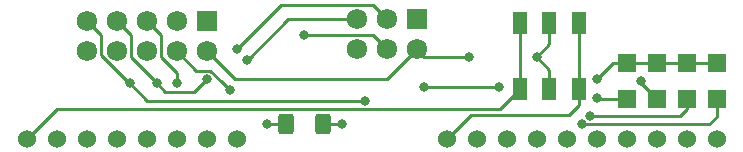
<source format=gbr>
%TF.GenerationSoftware,KiCad,Pcbnew,7.0.9*%
%TF.CreationDate,2024-01-07T05:54:30-05:00*%
%TF.ProjectId,Flipper-ICSP,466c6970-7065-4722-9d49-4353502e6b69,A*%
%TF.SameCoordinates,Original*%
%TF.FileFunction,Copper,L1,Top*%
%TF.FilePolarity,Positive*%
%FSLAX46Y46*%
G04 Gerber Fmt 4.6, Leading zero omitted, Abs format (unit mm)*
G04 Created by KiCad (PCBNEW 7.0.9) date 2024-01-07 05:54:30*
%MOMM*%
%LPD*%
G01*
G04 APERTURE LIST*
G04 Aperture macros list*
%AMRoundRect*
0 Rectangle with rounded corners*
0 $1 Rounding radius*
0 $2 $3 $4 $5 $6 $7 $8 $9 X,Y pos of 4 corners*
0 Add a 4 corners polygon primitive as box body*
4,1,4,$2,$3,$4,$5,$6,$7,$8,$9,$2,$3,0*
0 Add four circle primitives for the rounded corners*
1,1,$1+$1,$2,$3*
1,1,$1+$1,$4,$5*
1,1,$1+$1,$6,$7*
1,1,$1+$1,$8,$9*
0 Add four rect primitives between the rounded corners*
20,1,$1+$1,$2,$3,$4,$5,0*
20,1,$1+$1,$4,$5,$6,$7,0*
20,1,$1+$1,$6,$7,$8,$9,0*
20,1,$1+$1,$8,$9,$2,$3,0*%
G04 Aperture macros list end*
%TA.AperFunction,SMDPad,CuDef*%
%ADD10R,1.500000X1.500000*%
%TD*%
%TA.AperFunction,SMDPad,CuDef*%
%ADD11R,1.200000X1.950000*%
%TD*%
%TA.AperFunction,ComponentPad*%
%ADD12R,1.725000X1.725000*%
%TD*%
%TA.AperFunction,ComponentPad*%
%ADD13C,1.725000*%
%TD*%
%TA.AperFunction,SMDPad,CuDef*%
%ADD14RoundRect,0.250000X0.400000X0.625000X-0.400000X0.625000X-0.400000X-0.625000X0.400000X-0.625000X0*%
%TD*%
%TA.AperFunction,ComponentPad*%
%ADD15C,1.524000*%
%TD*%
%TA.AperFunction,ViaPad*%
%ADD16C,0.800000*%
%TD*%
%TA.AperFunction,Conductor*%
%ADD17C,0.250000*%
%TD*%
G04 APERTURE END LIST*
D10*
%TO.P,LED1,1*%
%TO.N,RESET*%
X122555000Y-69569332D03*
%TO.P,LED1,2*%
%TO.N,Net-(LED1-Pad2)*%
X122555000Y-66569332D03*
%TD*%
D11*
%TO.P,S1,1,NC_1*%
%TO.N,5v*%
X113515722Y-63132260D03*
%TO.P,S1,2,COM_1*%
%TO.N,VCC*%
X116015722Y-63132260D03*
%TO.P,S1,3,NC_2*%
%TO.N,3v3*%
X118515722Y-63132260D03*
%TO.P,S1,4,NC_3*%
%TO.N,5v*%
X113515722Y-68782260D03*
%TO.P,S1,5,COM_2*%
%TO.N,VCC*%
X116015722Y-68782260D03*
%TO.P,S1,6,NC_4*%
%TO.N,3v3*%
X118515722Y-68782260D03*
%TD*%
D12*
%TO.P,J2,1,1*%
%TO.N,MOSI*%
X86995000Y-63030000D03*
D13*
%TO.P,J2,2,2*%
%TO.N,VCC*%
X86995000Y-65570000D03*
%TO.P,J2,3,3*%
%TO.N,unconnected-(J2-Pad3)*%
X84455000Y-63030000D03*
%TO.P,J2,4,4*%
%TO.N,GND*%
X84455000Y-65570000D03*
%TO.P,J2,5,5*%
%TO.N,RESET*%
X81915000Y-63030000D03*
%TO.P,J2,6,6*%
%TO.N,GND*%
X81915000Y-65570000D03*
%TO.P,J2,7,7*%
%TO.N,SCK*%
X79375000Y-63030000D03*
%TO.P,J2,8,8*%
%TO.N,GND*%
X79375000Y-65570000D03*
%TO.P,J2,9,9*%
%TO.N,MISO*%
X76835000Y-63030000D03*
%TO.P,J2,10,10*%
%TO.N,GND*%
X76835000Y-65570000D03*
%TD*%
D10*
%TO.P,LED4,1*%
%TO.N,MISO*%
X130175000Y-69569332D03*
%TO.P,LED4,2*%
%TO.N,Net-(LED1-Pad2)*%
X130175000Y-66569332D03*
%TD*%
%TO.P,LED3,1*%
%TO.N,MOSI*%
X127635000Y-69569332D03*
%TO.P,LED3,2*%
%TO.N,Net-(LED1-Pad2)*%
X127635000Y-66569332D03*
%TD*%
D12*
%TO.P,J3,1,1*%
%TO.N,MISO*%
X104775000Y-62865000D03*
D13*
%TO.P,J3,2,2*%
%TO.N,VCC*%
X104775000Y-65405000D03*
%TO.P,J3,3,3*%
%TO.N,SCK*%
X102235000Y-62865000D03*
%TO.P,J3,4,4*%
%TO.N,MOSI*%
X102235000Y-65405000D03*
%TO.P,J3,5,5*%
%TO.N,RESET*%
X99695000Y-62865000D03*
%TO.P,J3,6,6*%
%TO.N,GND*%
X99695000Y-65405000D03*
%TD*%
D14*
%TO.P,R1,1*%
%TO.N,Net-(LED1-Pad2)*%
X96800000Y-71755000D03*
%TO.P,R1,2*%
%TO.N,GND*%
X93700000Y-71755000D03*
%TD*%
D15*
%TO.P,J1,1,5v*%
%TO.N,5v*%
X71755000Y-73025000D03*
%TO.P,J1,2,A7*%
%TO.N,MOSI*%
X74295000Y-73025000D03*
%TO.P,J1,3,A6*%
%TO.N,MISO*%
X76835000Y-73025000D03*
%TO.P,J1,4,A4*%
%TO.N,unconnected-(J1A-A4-Pad4)*%
X79375000Y-73025000D03*
%TO.P,J1,5,B3*%
%TO.N,SCK*%
X81915000Y-73025000D03*
%TO.P,J1,6,B2*%
%TO.N,RESET*%
X84455000Y-73025000D03*
%TO.P,J1,7,C3*%
%TO.N,unconnected-(J1A-C3-Pad7)*%
X86995000Y-73025000D03*
%TO.P,J1,8,GND*%
%TO.N,unconnected-(J1A-GND-Pad8)*%
X89535000Y-73025000D03*
%TO.P,J1,9,3V3*%
%TO.N,3v3*%
X107315000Y-73025000D03*
%TO.P,J1,10,SWC*%
%TO.N,GND*%
X109855000Y-73025000D03*
%TO.P,J1,11,GND*%
%TO.N,unconnected-(J1A-GND-Pad11)*%
X112395000Y-73025000D03*
%TO.P,J1,12,SIO*%
%TO.N,unconnected-(J1A-SIO-Pad12)*%
X114935000Y-73025000D03*
%TO.P,J1,13,TX*%
%TO.N,unconnected-(J1A-TX-Pad13)*%
X117475000Y-73025000D03*
%TO.P,J1,14,RX*%
%TO.N,unconnected-(J1A-RX-Pad14)*%
X120015000Y-73025000D03*
%TO.P,J1,15,C1*%
%TO.N,unconnected-(J1A-C1-Pad15)*%
X122555000Y-73025000D03*
%TO.P,J1,16,C0*%
%TO.N,unconnected-(J1A-C0-Pad16)*%
X125095000Y-73025000D03*
%TO.P,J1,17,1W*%
%TO.N,unconnected-(J1A-1W-Pad17)*%
X127635000Y-73025000D03*
%TO.P,J1,18,GND*%
%TO.N,unconnected-(J1A-GND-Pad18)*%
X130175000Y-73025000D03*
%TD*%
D10*
%TO.P,LED2,1*%
%TO.N,SCK*%
X125095000Y-69569332D03*
%TO.P,LED2,2*%
%TO.N,Net-(LED1-Pad2)*%
X125095000Y-66569332D03*
%TD*%
D16*
%TO.N,MOSI*%
X119451755Y-71030500D03*
X95266614Y-64220065D03*
%TO.N,MISO*%
X80475533Y-68291907D03*
X118745000Y-71755000D03*
X100419501Y-69760500D03*
%TO.N,SCK*%
X86995000Y-67945000D03*
X82766982Y-68291407D03*
X89535000Y-65405000D03*
X123799007Y-68103316D03*
%TO.N,RESET*%
X90443073Y-66310467D03*
X84458987Y-68291907D03*
X120015000Y-69495500D03*
%TO.N,GND*%
X92075000Y-71755000D03*
X88924860Y-68853278D03*
%TO.N,VCC*%
X114935000Y-66040000D03*
X109220000Y-66040000D03*
%TO.N,Net-(LED1-Pad2)*%
X105410000Y-68580000D03*
X120015000Y-67945000D03*
X111760000Y-68580000D03*
X98425000Y-71755000D03*
%TD*%
D17*
%TO.N,5v*%
X74295000Y-70485000D02*
X111812982Y-70485000D01*
X71755000Y-73025000D02*
X74295000Y-70485000D01*
X111812982Y-70485000D02*
X113515722Y-68782260D01*
X113515722Y-68782260D02*
X113515722Y-63132260D01*
%TO.N,MOSI*%
X127635000Y-70485000D02*
X127635000Y-69569332D01*
X119451755Y-71030500D02*
X127089500Y-71030500D01*
X95269179Y-64217500D02*
X101047500Y-64217500D01*
X101047500Y-64217500D02*
X102235000Y-65405000D01*
X127089500Y-71030500D02*
X127635000Y-70485000D01*
X95266614Y-64220065D02*
X95269179Y-64217500D01*
%TO.N,MISO*%
X81944126Y-69760500D02*
X100419501Y-69760500D01*
X129540000Y-71755000D02*
X130175000Y-71120000D01*
X118745000Y-71755000D02*
X129540000Y-71755000D01*
X78022500Y-64217500D02*
X76835000Y-63030000D01*
X130175000Y-71120000D02*
X130175000Y-69569332D01*
X80475533Y-68291907D02*
X80417528Y-68291907D01*
X78022500Y-65896879D02*
X78022500Y-64217500D01*
X80417528Y-68291907D02*
X78022500Y-65896879D01*
X80475533Y-68291907D02*
X81944126Y-69760500D01*
%TO.N,SCK*%
X85923093Y-69016907D02*
X83492482Y-69016907D01*
X123799007Y-68103316D02*
X123799007Y-68273339D01*
X83492482Y-69016907D02*
X82766982Y-68291407D01*
X82766982Y-68266361D02*
X80562500Y-66061879D01*
X123799007Y-68273339D02*
X125095000Y-69569332D01*
X101047500Y-61677500D02*
X102235000Y-62865000D01*
X86995000Y-67945000D02*
X85923093Y-69016907D01*
X80562500Y-66061879D02*
X80562500Y-64217500D01*
X80562500Y-64217500D02*
X79375000Y-63030000D01*
X89535000Y-65405000D02*
X93262500Y-61677500D01*
X93262500Y-61677500D02*
X101047500Y-61677500D01*
X82766982Y-68291407D02*
X82766982Y-68266361D01*
%TO.N,RESET*%
X120015000Y-69495500D02*
X120088832Y-69569332D01*
X83102500Y-66061879D02*
X83102500Y-64217500D01*
X120088832Y-69569332D02*
X122555000Y-69569332D01*
X90457043Y-66310467D02*
X93902510Y-62865000D01*
X84458987Y-68291907D02*
X84458987Y-67418366D01*
X90443073Y-66310467D02*
X90457043Y-66310467D01*
X93902510Y-62865000D02*
X99695000Y-62865000D01*
X84458987Y-67418366D02*
X83102500Y-66061879D01*
X83102500Y-64217500D02*
X81915000Y-63030000D01*
%TO.N,3v3*%
X118515722Y-68782260D02*
X118515722Y-63132260D01*
X118515722Y-70079278D02*
X118515722Y-68782260D01*
X109405000Y-70935000D02*
X117660000Y-70935000D01*
X107315000Y-73025000D02*
X109405000Y-70935000D01*
X117660000Y-70935000D02*
X118515722Y-70079278D01*
%TO.N,GND*%
X88265000Y-68189695D02*
X87295305Y-67220000D01*
X93700000Y-71755000D02*
X92075000Y-71755000D01*
X88265000Y-68189695D02*
X88265000Y-68193418D01*
X88265000Y-68193418D02*
X88924860Y-68853278D01*
X87295305Y-67220000D02*
X86105000Y-67220000D01*
X86105000Y-67220000D02*
X84455000Y-65570000D01*
%TO.N,VCC*%
X104775000Y-65405000D02*
X102235000Y-67945000D01*
X116015722Y-67120722D02*
X114935000Y-66040000D01*
X109220000Y-66040000D02*
X105410000Y-66040000D01*
X89370000Y-67945000D02*
X86995000Y-65570000D01*
X116015722Y-63132260D02*
X116015722Y-64959278D01*
X116015722Y-64959278D02*
X114935000Y-66040000D01*
X105410000Y-66040000D02*
X104775000Y-65405000D01*
X116015722Y-68782260D02*
X116015722Y-67120722D01*
X102235000Y-67945000D02*
X89370000Y-67945000D01*
%TO.N,Net-(LED1-Pad2)*%
X98425000Y-71755000D02*
X96800000Y-71755000D01*
X130175000Y-66569332D02*
X127635000Y-66569332D01*
X125095000Y-66569332D02*
X122555000Y-66569332D01*
X111760000Y-68580000D02*
X105410000Y-68580000D01*
X121390668Y-66569332D02*
X120015000Y-67945000D01*
X127635000Y-66569332D02*
X125095000Y-66569332D01*
X122555000Y-66569332D02*
X121390668Y-66569332D01*
%TD*%
M02*

</source>
